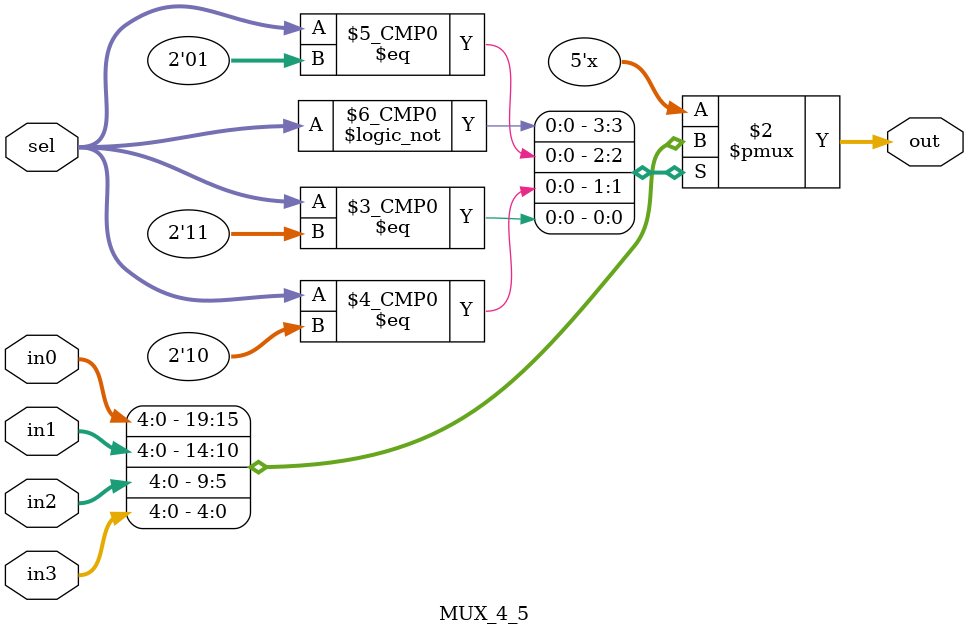
<source format=v>
module MUX_4_5(in0, in1, in2, in3, sel, out);
    input [4:0] in0,in1,in2,in3;
    input [1:0] sel;
    output reg [4:0] out;  
    
    always @(*) begin
        case (sel)
            0:  out <= in0;
            1:  out <= in1;
            2:  out <= in2;
            3:  out <= in3;
        endcase
    end
endmodule
</source>
